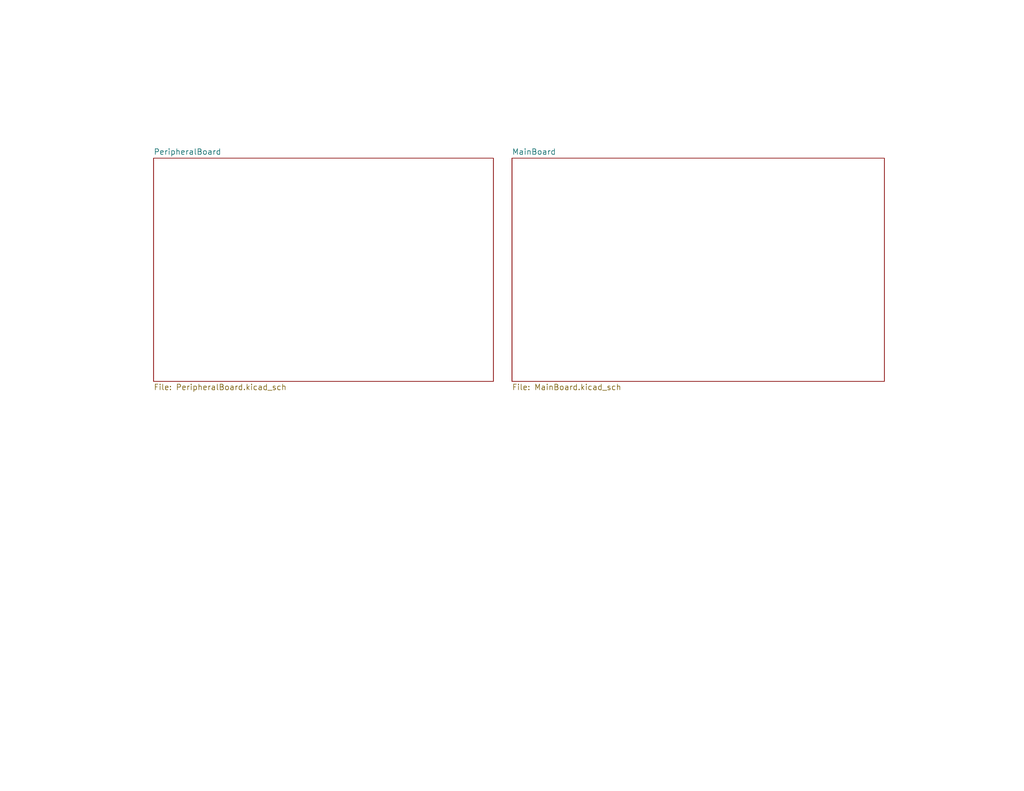
<source format=kicad_sch>
(kicad_sch (version 20230121) (generator eeschema)
  (paper "USLetter")
  (title_block (title "JoyfulNoise Tiny Utility Board") (date "2021-02-06") (rev "0.3") (company "Created by Ben Reeves") (comment 1 "This hardware is open source under CC BY-SA 4.0"))
  (lib_symbols)
  (sheet (at 139.7 43.18) (size 101.6 60.96)
    (property "Sheetname" "MainBoard" (at 139.7 42.3414 0) (effects (font (size 1.524 1.524)) (justify left bottom)))
    (property "Sheetfile" "MainBoard.kicad_sch" (at 139.7 104.8262 0) (effects (font (size 1.524 1.524)) (justify left top)))
  )
  (sheet (at 41.91 43.18) (size 92.71 60.96)
    (property "Sheetname" "PeripheralBoard" (at 41.91 42.3414 0) (effects (font (size 1.524 1.524)) (justify left bottom)))
    (property "Sheetfile" "PeripheralBoard.kicad_sch" (at 41.91 104.8262 0) (effects (font (size 1.524 1.524)) (justify left top)))
  )
)
</source>
